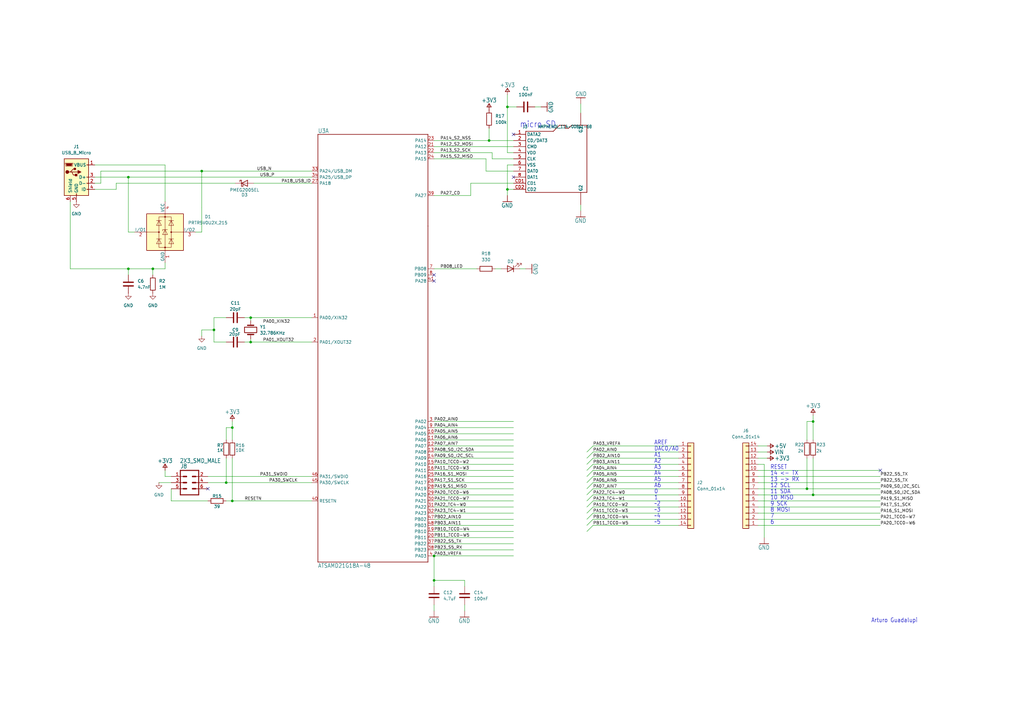
<source format=kicad_sch>
(kicad_sch (version 20231120) (generator "eeschema") (generator_version "8.0")
  (paper "User" 425.45 298.602)
  (lib_symbols
    (symbol "Connector:USB_B_Micro" (pin_names (offset 1.016))
      (property "Reference" "J" (at -5.08 11.43 0))
      (property "Value" "USB_B_Micro" (at -5.08 8.89 0))
      (symbol "USB_B_Micro_0_1"
        (rectangle (start -5.08 -7.62) (end 5.08 7.62) (stroke (width 0.254)) (fill (type background)))
        (circle (center -3.81 2.159) (radius 0.635) (stroke (width 0.254)) (fill (type outline)))
        (circle (center -0.635 3.429) (radius 0.381) (stroke (width 0.254)) (fill (type outline)))
        (rectangle (start -0.127 -7.62) (end 0.127 -6.858))
        (polyline (pts (xy -1.905 2.159) (xy 0.635 2.159)) (stroke (width 0.254)))
        (polyline (pts (xy -3.175 2.159) (xy -2.54 2.159) (xy -1.27 3.429) (xy -0.635 3.429)) (stroke (width 0.254)))
        (polyline (pts (xy -2.54 2.159) (xy -1.905 2.159) (xy -1.27 0.889) (xy 0 0.889)) (stroke (width 0.254)))
        (polyline (pts (xy 0.635 2.794) (xy 0.635 1.524) (xy 1.905 2.159) (xy 0.635 2.794)) (stroke (width 0.254)) (fill (type outline)))
        (polyline (pts (xy -4.318 5.588) (xy -1.778 5.588) (xy -2.032 4.826) (xy -4.064 4.826) (xy -4.318 5.588)) (fill (type outline)))
        (polyline (pts (xy -4.699 5.842) (xy -4.699 5.588) (xy -4.445 4.826) (xy -4.445 4.572) (xy -1.651 4.572) (xy -1.651 4.826) (xy -1.397 5.588) (xy -1.397 5.842) (xy -4.699 5.842)))
        (rectangle (start 0.254 1.27) (end -0.508 0.508) (stroke (width 0.254)) (fill (type outline)))
        (rectangle (start 5.08 -5.207) (end 4.318 -4.953))
        (rectangle (start 5.08 -2.667) (end 4.318 -2.413))
        (rectangle (start 5.08 -0.127) (end 4.318 0.127))
        (rectangle (start 5.08 4.953) (end 4.318 5.207))
      )
      (symbol "USB_B_Micro_1_1"
        (pin power_out line (at 7.62 5.08 180) (length 2.54) (name "VBUS") (number "1"))
        (pin bidirectional line (at 7.62 -2.54 180) (length 2.54) (name "D-") (number "2"))
        (pin bidirectional line (at 7.62 0 180) (length 2.54) (name "D+") (number "3"))
        (pin passive line (at 7.62 -5.08 180) (length 2.54) (name "ID") (number "4"))
        (pin power_out line (at 0 -10.16 90) (length 2.54) (name "GND") (number "5"))
        (pin passive line (at -2.54 -10.16 90) (length 2.54) (name "Shield") (number "6"))
      )
    )
    (symbol "Connector_Generic:Conn_01x14" (pin_names (offset 1.016) hide)
      (property "Reference" "J" (at 0 17.78 0))
      (property "Value" "Conn_01x14" (at 0 -20.32 0))
      (symbol "Conn_01x14_1_1"
        (rectangle (start -1.27 -17.653) (end 0 -17.907) (stroke (width 0.1524)))
        (rectangle (start -1.27 -15.113) (end 0 -15.367) (stroke (width 0.1524)))
        (rectangle (start -1.27 -12.573) (end 0 -12.827) (stroke (width 0.1524)))
        (rectangle (start -1.27 -10.033) (end 0 -10.287) (stroke (width 0.1524)))
        (rectangle (start -1.27 -7.493) (end 0 -7.747) (stroke (width 0.1524)))
        (rectangle (start -1.27 -4.953) (end 0 -5.207) (stroke (width 0.1524)))
        (rectangle (start -1.27 -2.413) (end 0 -2.667) (stroke (width 0.1524)))
        (rectangle (start -1.27 0.127) (end 0 -0.127) (stroke (width 0.1524)))
        (rectangle (start -1.27 2.667) (end 0 2.413) (stroke (width 0.1524)))
        (rectangle (start -1.27 5.207) (end 0 4.953) (stroke (width 0.1524)))
        (rectangle (start -1.27 7.747) (end 0 7.493) (stroke (width 0.1524)))
        (rectangle (start -1.27 10.287) (end 0 10.033) (stroke (width 0.1524)))
        (rectangle (start -1.27 12.827) (end 0 12.573) (stroke (width 0.1524)))
        (rectangle (start -1.27 15.367) (end 0 15.113) (stroke (width 0.1524)))
        (rectangle (start -1.27 16.51) (end 1.27 -19.05) (stroke (width 0.254)) (fill (type background)))
        (pin passive line (at -5.08 15.24 0) (length 3.81) (name "Pin_1") (number "1"))
        (pin passive line (at -5.08 -7.62 0) (length 3.81) (name "Pin_10") (number "10"))
        (pin passive line (at -5.08 -10.16 0) (length 3.81) (name "Pin_11") (number "11"))
        (pin passive line (at -5.08 -12.7 0) (length 3.81) (name "Pin_12") (number "12"))
        (pin passive line (at -5.08 -15.24 0) (length 3.81) (name "Pin_13") (number "13"))
        (pin passive line (at -5.08 -17.78 0) (length 3.81) (name "Pin_14") (number "14"))
        (pin passive line (at -5.08 12.7 0) (length 3.81) (name "Pin_2") (number "2"))
        (pin passive line (at -5.08 10.16 0) (length 3.81) (name "Pin_3") (number "3"))
        (pin passive line (at -5.08 7.62 0) (length 3.81) (name "Pin_4") (number "4"))
        (pin passive line (at -5.08 5.08 0) (length 3.81) (name "Pin_5") (number "5"))
        (pin passive line (at -5.08 2.54 0) (length 3.81) (name "Pin_6") (number "6"))
        (pin passive line (at -5.08 0 0) (length 3.81) (name "Pin_7") (number "7"))
        (pin passive line (at -5.08 -2.54 0) (length 3.81) (name "Pin_8") (number "8"))
        (pin passive line (at -5.08 -5.08 0) (length 3.81) (name "Pin_9") (number "9"))
      )
    )
    (symbol "Device:C" (pin_numbers hide) (pin_names (offset 0.254))
      (property "Reference" "C" (at 0.635 2.54 0))
      (property "Value" "C" (at 0.635 -2.54 0))
      (symbol "C_0_1"
        (polyline (pts (xy -2.032 -0.762) (xy 2.032 -0.762)) (stroke (width 0.508)))
        (polyline (pts (xy -2.032 0.762) (xy 2.032 0.762)) (stroke (width 0.508)))
      )
      (symbol "C_1_1"
        (pin passive line (at 0 3.81 270) (length 2.794) (name "~") (number "1"))
        (pin passive line (at 0 -3.81 90) (length 2.794) (name "~") (number "2"))
      )
    )
    (symbol "Device:Crystal" (pin_numbers hide) (pin_names (offset 1.016) hide)
      (property "Reference" "Y" (at 0 3.81 0))
      (property "Value" "Crystal" (at 0 -3.81 0))
      (symbol "Crystal_0_1"
        (rectangle (start -1.143 2.54) (end 1.143 -2.54) (stroke (width 0.3048)))
        (polyline (pts (xy -2.54 0) (xy -1.905 0)))
        (polyline (pts (xy -1.905 -1.27) (xy -1.905 1.27)) (stroke (width 0.508)))
        (polyline (pts (xy 1.905 -1.27) (xy 1.905 1.27)) (stroke (width 0.508)))
        (polyline (pts (xy 2.54 0) (xy 1.905 0)))
      )
      (symbol "Crystal_1_1"
        (pin passive line (at -3.81 0 0) (length 1.27) (name "1") (number "1"))
        (pin passive line (at 3.81 0 180) (length 1.27) (name "2") (number "2"))
      )
    )
    (symbol "Device:D_Schottky" (pin_numbers hide) (pin_names (offset 1.016) hide)
      (property "Reference" "D" (at 0 2.54 0))
      (property "Value" "D_Schottky" (at 0 -2.54 0))
      (symbol "D_Schottky_0_1"
        (polyline (pts (xy 1.27 0) (xy -1.27 0)))
        (polyline (pts (xy 1.27 1.27) (xy 1.27 -1.27) (xy -1.27 0) (xy 1.27 1.27)) (stroke (width 0.254)))
        (polyline (pts (xy -1.905 0.635) (xy -1.905 1.27) (xy -1.27 1.27) (xy -1.27 -1.27) (xy -0.635 -1.27) (xy -0.635 -0.635)) (stroke (width 0.254)))
      )
      (symbol "D_Schottky_1_1"
        (pin passive line (at -3.81 0 0) (length 2.54) (name "K") (number "1"))
        (pin passive line (at 3.81 0 180) (length 2.54) (name "A") (number "2"))
      )
    )
    (symbol "Device:LED" (pin_numbers hide) (pin_names (offset 1.016) hide)
      (property "Reference" "D" (at 0 2.54 0))
      (property "Value" "LED" (at 0 -2.54 0))
      (symbol "LED_0_1"
        (polyline (pts (xy -1.27 -1.27) (xy -1.27 1.27)) (stroke (width 0.254)))
        (polyline (pts (xy -1.27 0) (xy 1.27 0)))
        (polyline (pts (xy 1.27 -1.27) (xy 1.27 1.27) (xy -1.27 0) (xy 1.27 -1.27)) (stroke (width 0.254)))
        (polyline (pts (xy -3.048 -0.762) (xy -4.572 -2.286) (xy -3.81 -2.286) (xy -4.572 -2.286) (xy -4.572 -1.524)))
        (polyline (pts (xy -1.778 -0.762) (xy -3.302 -2.286) (xy -2.54 -2.286) (xy -3.302 -2.286) (xy -3.302 -1.524)))
      )
      (symbol "LED_1_1"
        (pin passive line (at -3.81 0 0) (length 2.54) (name "K") (number "1"))
        (pin passive line (at 3.81 0 180) (length 2.54) (name "A") (number "2"))
      )
    )
    (symbol "Device:R" (pin_numbers hide) (pin_names (offset 0))
      (property "Reference" "R" (at 2.032 0 90))
      (property "Value" "R" (at 0 0 90))
      (symbol "R_0_1"
        (rectangle (start -1.016 -2.54) (end 1.016 2.54) (stroke (width 0.254)))
      )
      (symbol "R_1_1"
        (pin passive line (at 0 3.81 270) (length 1.27) (name "~") (number "1"))
        (pin passive line (at 0 -3.81 90) (length 1.27) (name "~") (number "2"))
      )
    )
    (symbol "MKRZero_V5.0-eagle-import:+3V3" (power)
      (symbol "+3V3_1_0"
        (polyline (pts (xy -0.889 -1.27) (xy 0.889 -1.27)) (stroke (width 0.254)))
        (polyline (pts (xy 0 0.127) (xy -0.889 -1.27)) (stroke (width 0.254)))
        (polyline (pts (xy 0.889 -1.27) (xy 0 0.127)) (stroke (width 0.254)))
        (pin power_in line (at 0 -2.54 90) (length 2.54) (name "+3V3") (number "1"))
      )
    )
    (symbol "MKRZero_V5.0-eagle-import:+5V" (power)
      (symbol "+5V_1_0"
        (polyline (pts (xy -0.889 -1.27) (xy 0.889 -1.27)) (stroke (width 0.254)))
        (polyline (pts (xy 0 0.127) (xy -0.889 -1.27)) (stroke (width 0.254)))
        (polyline (pts (xy 0.889 -1.27) (xy 0 0.127)) (stroke (width 0.254)))
        (pin power_in line (at 0 -2.54 90) (length 2.54) (name "+5V") (number "1"))
      )
    )
    (symbol "MKRZero_V5.0-eagle-import:2X3_SMD_MALE"
      (property "Reference" "J" (at -3.81 5.842 0))
      (symbol "2X3_SMD_MALE_1_0"
        (polyline (pts (xy -3.81 5.08) (xy -3.81 -5.08)) (stroke (width 0.4064)))
        (polyline (pts (xy -3.81 5.08) (xy 3.81 5.08)) (stroke (width 0.4064)))
        (polyline (pts (xy -2.54 -2.54) (xy -1.27 -2.54)) (stroke (width 0.6096)))
        (polyline (pts (xy -2.54 0) (xy -1.27 0)) (stroke (width 0.6096)))
        (polyline (pts (xy -2.54 2.54) (xy -1.27 2.54)) (stroke (width 0.6096)))
        (polyline (pts (xy 1.27 -2.54) (xy 2.54 -2.54)) (stroke (width 0.6096)))
        (polyline (pts (xy 1.27 0) (xy 2.54 0)) (stroke (width 0.6096)))
        (polyline (pts (xy 1.27 2.54) (xy 2.54 2.54)) (stroke (width 0.6096)))
        (polyline (pts (xy 3.81 -5.08) (xy -3.81 -5.08)) (stroke (width 0.4064)))
        (polyline (pts (xy 3.81 -5.08) (xy 3.81 5.08)) (stroke (width 0.4064)))
        (pin passive line (at -7.62 2.54 0) (length 5.08) (name "1") (number "1"))
        (pin passive line (at 7.62 2.54 180) (length 5.08) (name "2") (number "2"))
        (pin passive line (at -7.62 0 0) (length 5.08) (name "3") (number "3"))
        (pin passive line (at 7.62 0 180) (length 5.08) (name "4") (number "4"))
        (pin passive line (at -7.62 -2.54 0) (length 5.08) (name "5") (number "5"))
        (pin passive line (at 7.62 -2.54 180) (length 5.08) (name "6") (number "6"))
      )
    )
    (symbol "MKRZero_V5.0-eagle-import:AMPHENOL_114-00841-68"
      (symbol "AMPHENOL_114-00841-68_1_0"
        (polyline (pts (xy -12.7 -13.97) (xy 12.7 -13.97)) (stroke (width 0.254)))
        (polyline (pts (xy -12.7 11.43) (xy -12.7 -13.97)) (stroke (width 0.254)))
        (polyline (pts (xy -1.27 11.43) (xy -12.7 11.43)) (stroke (width 0.254)))
        (polyline (pts (xy 1.27 13.97) (xy -1.27 11.43)) (stroke (width 0.254)))
        (polyline (pts (xy 3.81 12.7) (xy 3.81 13.97)) (stroke (width 0.254)))
        (polyline (pts (xy 3.81 13.97) (xy 1.27 13.97)) (stroke (width 0.254)))
        (polyline (pts (xy 5.08 12.7) (xy 3.81 12.7)) (stroke (width 0.254)))
        (polyline (pts (xy 6.35 13.97) (xy 5.08 12.7)) (stroke (width 0.254)))
        (polyline (pts (xy 12.7 -13.97) (xy 12.7 13.97)) (stroke (width 0.254)))
        (polyline (pts (xy 12.7 13.97) (xy 6.35 13.97)) (stroke (width 0.254)))
        (pin bidirectional line (at -17.78 10.16 0) (length 5.08) (name "DATA2") (number "1"))
        (pin bidirectional line (at -17.78 7.62 0) (length 5.08) (name "CD/DAT3") (number "2"))
        (pin bidirectional line (at -17.78 5.08 0) (length 5.08) (name "CMD") (number "3"))
        (pin power_in line (at -17.78 2.54 0) (length 5.08) (name "VDD") (number "4"))
        (pin bidirectional line (at -17.78 0 0) (length 5.08) (name "CLK") (number "5"))
        (pin power_in line (at -17.78 -2.54 0) (length 5.08) (name "VSS") (number "6"))
        (pin bidirectional line (at -17.78 -5.08 0) (length 5.08) (name "DAT0") (number "7"))
        (pin bidirectional line (at -17.78 -7.62 0) (length 5.08) (name "DAT1") (number "8"))
        (pin bidirectional line (at -17.78 -10.16 0) (length 5.08) (name "CD1") (number "CD1"))
        (pin bidirectional line (at -17.78 -12.7 0) (length 5.08) (name "CD2") (number "CD2"))
        (pin bidirectional line (at 10.16 19.05 270) (length 5.08) (name "G3") (number "SH1"))
        (pin bidirectional line (at 10.16 19.05 270) (length 5.08) (name "G3") (number "SH2"))
        (pin bidirectional line (at 10.16 -19.05 90) (length 5.08) (name "G2") (number "SH3"))
        (pin bidirectional line (at 10.16 -19.05 90) (length 5.08) (name "G2") (number "SH4"))
      )
    )
    (symbol "MKRZero_V5.0-eagle-import:ATSAMD21G18A-48"
      (property "Reference" "U" (at -15.24 25.908 0))
      (symbol "ATSAMD21G18A-48_1_0"
        (polyline (pts (xy -22.86 -88.9) (xy -22.86 88.9)) (stroke (width 0.254)))
        (polyline (pts (xy -22.86 88.9) (xy 22.86 88.9)) (stroke (width 0.254)))
        (polyline (pts (xy 22.86 -88.9) (xy -22.86 -88.9)) (stroke (width 0.254)))
        (polyline (pts (xy 22.86 50.8) (xy 22.86 -88.9)) (stroke (width 0.254)))
        (polyline (pts (xy 22.86 88.9) (xy 22.86 50.8)) (stroke (width 0.254)))
        (pin bidirectional line (at -25.4 12.7 0) (length 2.54) (name "PA00/XIN32") (number "1"))
        (pin bidirectional line (at 25.4 -35.56 180) (length 2.54) (name "PA05") (number "10"))
        (pin bidirectional line (at 25.4 -38.1 180) (length 2.54) (name "PA06") (number "11"))
        (pin bidirectional line (at 25.4 -40.64 180) (length 2.54) (name "PA07") (number "12"))
        (pin bidirectional line (at 25.4 -43.18 180) (length 2.54) (name "PA08") (number "13"))
        (pin bidirectional line (at 25.4 -45.72 180) (length 2.54) (name "PA09") (number "14"))
        (pin bidirectional line (at 25.4 -48.26 180) (length 2.54) (name "PA10") (number "15"))
        (pin bidirectional line (at 25.4 -50.8 180) (length 2.54) (name "PA11") (number "16"))
        (pin bidirectional line (at 25.4 -76.2 180) (length 2.54) (name "PB10") (number "19"))
        (pin bidirectional line (at -25.4 2.54 0) (length 2.54) (name "PA01/XOUT32") (number "2"))
        (pin bidirectional line (at 25.4 -78.74 180) (length 2.54) (name "PB11") (number "20"))
        (pin bidirectional line (at 25.4 83.82 180) (length 2.54) (name "PA12") (number "21"))
        (pin bidirectional line (at 25.4 81.28 180) (length 2.54) (name "PA13") (number "22"))
        (pin bidirectional line (at 25.4 86.36 180) (length 2.54) (name "PA14") (number "23"))
        (pin bidirectional line (at 25.4 78.74 180) (length 2.54) (name "PA15") (number "24"))
        (pin bidirectional line (at 25.4 -53.34 180) (length 2.54) (name "PA16") (number "25"))
        (pin bidirectional line (at 25.4 -55.88 180) (length 2.54) (name "PA17") (number "26"))
        (pin bidirectional line (at -25.4 68.58 0) (length 2.54) (name "PA18") (number "27"))
        (pin bidirectional line (at 25.4 -58.42 180) (length 2.54) (name "PA19") (number "28"))
        (pin bidirectional line (at 25.4 -60.96 180) (length 2.54) (name "PA20") (number "29"))
        (pin bidirectional line (at 25.4 -30.48 180) (length 2.54) (name "PA02") (number "3"))
        (pin bidirectional line (at 25.4 -63.5 180) (length 2.54) (name "PA21") (number "30"))
        (pin bidirectional line (at 25.4 -66.04 180) (length 2.54) (name "PA22") (number "31"))
        (pin bidirectional line (at 25.4 -68.58 180) (length 2.54) (name "PA23") (number "32"))
        (pin bidirectional line (at -25.4 73.66 0) (length 2.54) (name "PA24/USB_DM") (number "33"))
        (pin bidirectional line (at -25.4 71.12 0) (length 2.54) (name "PA25/USB_DP") (number "34"))
        (pin bidirectional line (at 25.4 -81.28 180) (length 2.54) (name "PB22") (number "37"))
        (pin bidirectional line (at 25.4 -83.82 180) (length 2.54) (name "PB23") (number "38"))
        (pin bidirectional line (at 25.4 63.5 180) (length 2.54) (name "PA27") (number "39"))
        (pin bidirectional line (at 25.4 -86.36 180) (length 2.54) (name "PA03") (number "4"))
        (pin bidirectional line (at -25.4 -63.5 0) (length 2.54) (name "RESETN") (number "40"))
        (pin bidirectional line (at 25.4 27.94 180) (length 2.54) (name "PA28") (number "41"))
        (pin bidirectional line (at -25.4 -55.88 0) (length 2.54) (name "PA30/SWCLK") (number "45"))
        (pin bidirectional line (at -25.4 -53.34 0) (length 2.54) (name "PA31/SWDIO") (number "46"))
        (pin bidirectional line (at 25.4 -71.12 180) (length 2.54) (name "PB02") (number "47"))
        (pin bidirectional line (at 25.4 -73.66 180) (length 2.54) (name "PB03") (number "48"))
        (pin bidirectional line (at 25.4 33.02 180) (length 2.54) (name "PB08") (number "7"))
        (pin bidirectional line (at 25.4 30.48 180) (length 2.54) (name "PB09") (number "8"))
        (pin bidirectional line (at 25.4 -33.02 180) (length 2.54) (name "PA04") (number "9"))
      )
      (symbol "ATSAMD21G18A-48_2_0"
        (polyline (pts (xy -15.24 -25.4) (xy -15.24 25.4)) (stroke (width 0.254)))
        (polyline (pts (xy -15.24 25.4) (xy 15.24 25.4)) (stroke (width 0.254)))
        (polyline (pts (xy 15.24 -25.4) (xy -15.24 -25.4)) (stroke (width 0.254)))
        (polyline (pts (xy 15.24 25.4) (xy 15.24 -25.4)) (stroke (width 0.254)))
        (pin power_in line (at -17.78 22.86 0) (length 2.54) (name "VDDIO@1") (number "17"))
        (pin power_in line (at -17.78 12.7 0) (length 2.54) (name "GND@1") (number "18"))
        (pin power_in line (at 17.78 12.7 180) (length 2.54) (name "GND@2") (number "35"))
        (pin power_in line (at 17.78 22.86 180) (length 2.54) (name "VDDIO@2") (number "36"))
        (pin power_in line (at -17.78 -10.16 0) (length 2.54) (name "GND@3") (number "42"))
        (pin power_in line (at -17.78 0 0) (length 2.54) (name "VDDCORE") (number "43"))
        (pin power_in line (at -17.78 -22.86 0) (length 2.54) (name "VDDIN") (number "44"))
        (pin passive line (at 17.78 -22.86 180) (length 2.54) (name "EP") (number "49"))
        (pin power_in line (at 17.78 -10.16 180) (length 2.54) (name "GNDANA") (number "5"))
        (pin power_in line (at 17.78 0 180) (length 2.54) (name "VDDANA") (number "6"))
      )
    )
    (symbol "MKRZero_V5.0-eagle-import:VIN" (power)
      (symbol "VIN_1_0"
        (polyline (pts (xy -0.889 -1.27) (xy 0.889 -1.27)) (stroke (width 0.254)))
        (polyline (pts (xy 0 0.127) (xy -0.889 -1.27)) (stroke (width 0.254)))
        (polyline (pts (xy 0.889 -1.27) (xy 0 0.127)) (stroke (width 0.254)))
        (pin power_in line (at 0 -2.54 90) (length 2.54) (name "VIN") (number "1"))
      )
    )
    (symbol "MKRZero_V5.0-eagle-import:supply1_GND" (power)
      (symbol "supply1_GND_1_0"
        (polyline (pts (xy -1.905 0) (xy 1.905 0)) (stroke (width 0.254)))
        (pin power_in line (at 0 2.54 270) (length 2.54) (name "GND") (number "1"))
      )
    )
    (symbol "Power_Protection:PRTR5V0U2X" (pin_names (offset 0))
      (property "Reference" "D" (at 2.794 8.636 0))
      (property "Value" "PRTR5V0U2X" (at 8.128 -9.398 0))
      (symbol "PRTR5V0U2X_0_1"
        (rectangle (start -7.62 -7.62) (end 7.62 7.62) (stroke (width 0.254)) (fill (type background)))
        (circle (center -2.54 0) (radius 0.254) (fill (type outline)))
        (rectangle (start -2.54 6.35) (end 2.54 -6.35))
        (circle (center 0 -6.35) (radius 0.254) (fill (type outline)))
        (polyline (pts (xy -2.54 0) (xy -7.62 0)))
        (polyline (pts (xy -1.524 -2.794) (xy -3.556 -2.794)))
        (polyline (pts (xy -1.524 4.826) (xy -3.556 4.826)))
        (polyline (pts (xy 0 -7.62) (xy 0 7.62)))
        (polyline (pts (xy 1.524 -2.794) (xy 3.556 -2.794)))
        (polyline (pts (xy 1.524 4.826) (xy 3.556 4.826)))
        (polyline (pts (xy 2.54 0) (xy 7.62 0)))
        (polyline (pts (xy 1.016 1.016) (xy -1.016 1.016) (xy -1.016 0.508)))
        (polyline (pts (xy -3.556 -4.826) (xy -1.524 -4.826) (xy -2.54 -2.794) (xy -3.556 -4.826)))
        (polyline (pts (xy -3.556 2.794) (xy -1.524 2.794) (xy -2.54 4.826) (xy -3.556 2.794)))
        (polyline (pts (xy -1.016 -1.016) (xy 1.016 -1.016) (xy 0 1.016) (xy -1.016 -1.016)))
        (polyline (pts (xy 3.556 -4.826) (xy 1.524 -4.826) (xy 2.54 -2.794) (xy 3.556 -4.826)))
        (polyline (pts (xy 3.556 2.794) (xy 1.524 2.794) (xy 2.54 4.826) (xy 3.556 2.794)))
        (circle (center 0 6.35) (radius 0.254) (fill (type outline)))
        (circle (center 2.54 0) (radius 0.254) (fill (type outline)))
      )
      (symbol "PRTR5V0U2X_1_1"
        (pin passive line (at 0 -12.7 90) (length 5.08) (name "GND") (number "1"))
        (pin passive line (at -12.7 0 0) (length 5.08) (name "I/O1") (number "2"))
        (pin passive line (at 12.7 0 180) (length 5.08) (name "I/O2") (number "3"))
        (pin passive line (at 0 12.7 270) (length 5.08) (name "VCC") (number "4"))
      )
    )
    (symbol "power:GND" (power) (pin_numbers hide) (pin_names (offset 0) hide)
      (property "Value" "GND" (at 0 -3.81 0))
      (symbol "GND_0_1"
        (polyline (pts (xy 0 0) (xy 0 -1.27) (xy 1.27 -1.27) (xy 0 -2.54) (xy -1.27 -1.27) (xy 0 -1.27)))
      )
      (symbol "GND_1_1"
        (pin power_in line (at 0 0 270) (length 0) (name "~") (number "1"))
      )
    )
  )
  (junction (at 53.34 111.76))
  (junction (at 93.98 200.66))
  (junction (at 88.9 137.16))
  (junction (at 83.82 71.12))
  (junction (at 63.5 111.76))
  (junction (at 203.2 58.42))
  (junction (at 337.82 175.26))
  (junction (at 335.28 203.2))
  (junction (at 96.52 208.28))
  (junction (at 96.52 177.8))
  (junction (at 210.82 78.74))
  (junction (at 104.14 142.24))
  (junction (at 180.34 241.3))
  (junction (at 210.82 44.45))
  (junction (at 337.82 205.74))
  (junction (at 104.14 132.08))
  (junction (at 53.34 73.66))
  (junction (at 180.34 231.14))
  (no_connect (at 180.34 114.3))
  (no_connect (at 213.36 55.88))
  (no_connect (at 180.34 116.84))
  (no_connect (at 365.76 195.58))
  (no_connect (at 86.36 203.2))
  (no_connect (at 213.36 73.66))
  (bus_entry (at 246.38 200.66) (size -2.54 2.54))
  (bus_entry (at 246.38 193.04) (size -2.54 2.54))
  (bus_entry (at 246.38 210.82) (size -2.54 2.54))
  (bus_entry (at 246.38 187.96) (size -2.54 2.54))
  (bus_entry (at 246.38 213.36) (size -2.54 2.54))
  (bus_entry (at 246.38 190.5) (size -2.54 2.54))
  (bus_entry (at 246.38 203.2) (size -2.54 2.54))
  (bus_entry (at 246.38 218.44) (size -2.54 2.54))
  (bus_entry (at 246.38 195.58) (size -2.54 2.54))
  (bus_entry (at 246.38 185.42) (size -2.54 2.54))
  (bus_entry (at 246.38 205.74) (size -2.54 2.54))
  (bus_entry (at 246.38 198.12) (size -2.54 2.54))
  (bus_entry (at 246.38 208.28) (size -2.54 2.54))
  (bus_entry (at 246.38 215.9) (size -2.54 2.54))
  (wire (pts (xy 210.82 78.74) (xy 210.82 81.28)) (stroke (width 0.1524)))
  (wire (pts (xy 246.38 185.42) (xy 281.94 185.42)) (stroke (width 0.1524)))
  (wire (pts (xy 246.38 198.12) (xy 281.94 198.12)) (stroke (width 0.1524)))
  (wire (pts (xy 96.52 190.5) (xy 96.52 208.28)) (stroke (width 0.1524)))
  (wire (pts (xy 203.2 53.34) (xy 203.2 58.42)) (stroke (width 0.1524)))
  (wire (pts (xy 53.34 111.76) (xy 53.34 114.3)) (stroke (width 0.1524)))
  (wire (pts (xy 180.34 180.34) (xy 213.36 180.34)) (stroke (width 0.1524)))
  (wire (pts (xy 101.6 132.08) (xy 104.14 132.08)) (stroke (width 0.1524)))
  (wire (pts (xy 93.98 190.5) (xy 93.98 200.66)) (stroke (width 0.1524)))
  (wire (pts (xy 39.37 73.66) (xy 43.18 73.66)))
  (wire (pts (xy 213.36 205.74) (xy 180.34 205.74)) (stroke (width 0.1524)))
  (wire (pts (xy 246.38 215.9) (xy 281.94 215.9)) (stroke (width 0.1524)))
  (wire (pts (xy 337.82 175.26) (xy 337.82 182.88)) (stroke (width 0.1524)))
  (wire (pts (xy 213.36 71.12) (xy 201.93 71.12)) (stroke (width 0.1524)))
  (wire (pts (xy 193.04 243.84) (xy 193.04 241.3)) (stroke (width 0.1524)))
  (wire (pts (xy 29.21 83.82) (xy 29.21 111.76)))
  (wire (pts (xy 41.91 76.2) (xy 41.91 71.12)))
  (wire (pts (xy 241.3 87.63) (xy 241.3 85.09)) (stroke (width 0.1524)))
  (wire (pts (xy 317.5 223.52) (xy 317.5 193.04)) (stroke (width 0.1524)))
  (wire (pts (xy 246.38 200.66) (xy 281.94 200.66)) (stroke (width 0.1524)))
  (wire (pts (xy 66.04 200.66) (xy 71.12 200.66)) (stroke (width 0.1524)))
  (wire (pts (xy 101.6 142.24) (xy 104.14 142.24)) (stroke (width 0.1524)))
  (wire (pts (xy 210.82 44.45) (xy 214.63 44.45)) (stroke (width 0.1524)))
  (wire (pts (xy 180.34 58.42) (xy 203.2 58.42)) (stroke (width 0.1524)))
  (wire (pts (xy 39.37 76.2) (xy 41.91 76.2)))
  (wire (pts (xy 246.38 210.82) (xy 281.94 210.82)) (stroke (width 0.1524)))
  (wire (pts (xy 53.34 96.52) (xy 53.34 73.66)))
  (wire (pts (xy 213.36 66.04) (xy 204.47 66.04)) (stroke (width 0.1524)))
  (wire (pts (xy 210.82 68.58) (xy 210.82 78.74)) (stroke (width 0.1524)))
  (wire (pts (xy 83.82 86.36) (xy 83.82 96.52)))
  (wire (pts (xy 246.38 190.5) (xy 281.94 190.5)) (stroke (width 0.1524)))
  (wire (pts (xy 246.38 205.74) (xy 281.94 205.74)) (stroke (width 0.1524)))
  (wire (pts (xy 213.36 213.36) (xy 180.34 213.36)) (stroke (width 0.1524)))
  (wire (pts (xy 213.36 228.6) (xy 180.34 228.6)) (stroke (width 0.1524)))
  (wire (pts (xy 180.34 177.8) (xy 213.36 177.8)) (stroke (width 0.1524)))
  (wire (pts (xy 104.14 132.08) (xy 129.54 132.08)) (stroke (width 0.1524)))
  (wire (pts (xy 96.52 177.8) (xy 96.52 182.88)))
  (wire (pts (xy 83.82 86.36) (xy 83.82 71.12)) (stroke (width 0.1524)))
  (wire (pts (xy 335.28 175.26) (xy 337.82 175.26)) (stroke (width 0.1524)))
  (wire (pts (xy 86.36 200.66) (xy 93.98 200.66)) (stroke (width 0.1524)))
  (wire (pts (xy 195.58 81.28) (xy 195.58 76.2)) (stroke (width 0.1524)))
  (wire (pts (xy 213.36 218.44) (xy 180.34 218.44)) (stroke (width 0.1524)))
  (wire (pts (xy 63.5 111.76) (xy 53.34 111.76)) (stroke (width 0.1524)))
  (wire (pts (xy 93.98 177.8) (xy 93.98 182.88)) (stroke (width 0.1524)))
  (wire (pts (xy 213.36 185.42) (xy 180.34 185.42)) (stroke (width 0.1524)))
  (wire (pts (xy 180.34 241.3) (xy 180.34 231.14)) (stroke (width 0.1524)))
  (wire (pts (xy 314.96 210.82) (xy 365.76 210.82)) (stroke (width 0.1524)))
  (wire (pts (xy 68.58 198.12) (xy 71.12 198.12)) (stroke (width 0.1524)))
  (wire (pts (xy 180.34 63.5) (xy 204.47 63.5)) (stroke (width 0.1524)))
  (wire (pts (xy 246.38 218.44) (xy 281.94 218.44)) (stroke (width 0.1524)))
  (wire (pts (xy 246.38 187.96) (xy 281.94 187.96)) (stroke (width 0.1524)))
  (wire (pts (xy 314.96 215.9) (xy 365.76 215.9)) (stroke (width 0.1524)))
  (wire (pts (xy 93.98 200.66) (xy 129.54 200.66)) (stroke (width 0.1524)))
  (wire (pts (xy 314.96 203.2) (xy 335.28 203.2)) (stroke (width 0.1524)))
  (wire (pts (xy 104.14 142.24) (xy 129.54 142.24)) (stroke (width 0.1524)))
  (wire (pts (xy 314.96 187.96) (xy 318.77 187.96)) (stroke (width 0.1524)))
  (wire (pts (xy 213.36 78.74) (xy 210.82 78.74)) (stroke (width 0.1524)))
  (wire (pts (xy 335.28 190.5) (xy 335.28 203.2)) (stroke (width 0.1524)))
  (wire (pts (xy 104.14 140.97) (xy 104.14 142.24)))
  (wire (pts (xy 68.58 111.76) (xy 68.58 109.22)) (stroke (width 0.1524)))
  (wire (pts (xy 71.12 203.2) (xy 71.12 208.28)) (stroke (width 0.1524)))
  (wire (pts (xy 337.82 175.26) (xy 337.82 172.72)) (stroke (width 0.1524)))
  (wire (pts (xy 314.96 200.66) (xy 365.76 200.66)) (stroke (width 0.1524)))
  (wire (pts (xy 210.82 39.37) (xy 210.82 44.45)) (stroke (width 0.1524)))
  (wire (pts (xy 335.28 175.26) (xy 335.28 182.88)) (stroke (width 0.1524)))
  (wire (pts (xy 88.9 137.16) (xy 88.9 132.08)) (stroke (width 0.1524)))
  (wire (pts (xy 213.36 200.66) (xy 180.34 200.66)) (stroke (width 0.1524)))
  (wire (pts (xy 48.26 78.74) (xy 48.26 76.2)))
  (wire (pts (xy 193.04 241.3) (xy 180.34 241.3)) (stroke (width 0.1524)))
  (wire (pts (xy 314.96 190.5) (xy 318.77 190.5)) (stroke (width 0.1524)))
  (wire (pts (xy 105.41 76.2) (xy 129.54 76.2)))
  (wire (pts (xy 213.36 68.58) (xy 210.82 68.58)) (stroke (width 0.1524)))
  (wire (pts (xy 68.58 68.58) (xy 68.58 83.82)))
  (wire (pts (xy 180.34 81.28) (xy 195.58 81.28)) (stroke (width 0.1524)))
  (wire (pts (xy 48.26 76.2) (xy 97.79 76.2)))
  (wire (pts (xy 213.36 210.82) (xy 180.34 210.82)) (stroke (width 0.1524)))
  (wire (pts (xy 83.82 137.16) (xy 88.9 137.16)) (stroke (width 0.1524)))
  (wire (pts (xy 71.12 208.28) (xy 86.36 208.28)) (stroke (width 0.1524)))
  (wire (pts (xy 55.88 96.52) (xy 53.34 96.52)))
  (wire (pts (xy 246.38 208.28) (xy 281.94 208.28)) (stroke (width 0.1524)))
  (wire (pts (xy 215.9 111.76) (xy 218.44 111.76)))
  (wire (pts (xy 63.5 114.3) (xy 63.5 111.76)) (stroke (width 0.1524)))
  (wire (pts (xy 246.38 195.58) (xy 281.94 195.58)) (stroke (width 0.1524)))
  (wire (pts (xy 193.04 254) (xy 193.04 251.46)) (stroke (width 0.1524)))
  (wire (pts (xy 314.96 213.36) (xy 365.76 213.36)) (stroke (width 0.1524)))
  (wire (pts (xy 180.34 231.14) (xy 213.36 231.14)) (stroke (width 0.1524)))
  (wire (pts (xy 180.34 243.84) (xy 180.34 241.3)) (stroke (width 0.1524)))
  (wire (pts (xy 93.98 208.28) (xy 96.52 208.28)) (stroke (width 0.1524)))
  (wire (pts (xy 210.82 63.5) (xy 210.82 44.45)) (stroke (width 0.1524)))
  (wire (pts (xy 39.37 78.74) (xy 48.26 78.74)))
  (wire (pts (xy 86.36 198.12) (xy 129.54 198.12)) (stroke (width 0.1524)))
  (wire (pts (xy 213.36 215.9) (xy 180.34 215.9)) (stroke (width 0.1524)))
  (wire (pts (xy 41.91 71.12) (xy 83.82 71.12)) (stroke (width 0.1524)))
  (wire (pts (xy 314.96 205.74) (xy 337.82 205.74)) (stroke (width 0.1524)))
  (wire (pts (xy 213.36 187.96) (xy 180.34 187.96)) (stroke (width 0.1524)))
  (wire (pts (xy 213.36 220.98) (xy 180.34 220.98)) (stroke (width 0.1524)))
  (wire (pts (xy 96.52 208.28) (xy 129.54 208.28)) (stroke (width 0.1524)))
  (wire (pts (xy 83.82 71.12) (xy 129.54 71.12)) (stroke (width 0.1524)))
  (wire (pts (xy 180.34 66.04) (xy 201.93 66.04)) (stroke (width 0.1524)))
  (wire (pts (xy 83.82 139.7) (xy 83.82 137.16)) (stroke (width 0.1524)))
  (wire (pts (xy 213.36 182.88) (xy 180.34 182.88)) (stroke (width 0.1524)))
  (wire (pts (xy 63.5 111.76) (xy 68.58 111.76)) (stroke (width 0.1524)))
  (wire (pts (xy 205.74 111.76) (xy 208.28 111.76)))
  (wire (pts (xy 213.36 193.04) (xy 180.34 193.04)) (stroke (width 0.1524)))
  (wire (pts (xy 81.28 96.52) (xy 83.82 96.52)))
  (wire (pts (xy 213.36 208.28) (xy 180.34 208.28)) (stroke (width 0.1524)))
  (wire (pts (xy 213.36 226.06) (xy 180.34 226.06)) (stroke (width 0.1524)))
  (wire (pts (xy 180.34 254) (xy 180.34 251.46)) (stroke (width 0.1524)))
  (wire (pts (xy 246.38 193.04) (xy 281.94 193.04)) (stroke (width 0.1524)))
  (wire (pts (xy 104.14 132.08) (xy 104.14 133.35)))
  (wire (pts (xy 93.98 177.8) (xy 96.52 177.8)) (stroke (width 0.1524)))
  (wire (pts (xy 241.3 43.18) (xy 241.3 46.99)) (stroke (width 0.1524)))
  (wire (pts (xy 335.28 203.2) (xy 365.76 203.2)) (stroke (width 0.1524)))
  (wire (pts (xy 222.25 44.45) (xy 224.79 44.45)) (stroke (width 0.1524)))
  (wire (pts (xy 201.93 71.12) (xy 201.93 66.04)) (stroke (width 0.1524)))
  (wire (pts (xy 68.58 195.58) (xy 68.58 198.12)) (stroke (width 0.1524)))
  (wire (pts (xy 180.34 175.26) (xy 213.36 175.26)) (stroke (width 0.1524)))
  (wire (pts (xy 314.96 208.28) (xy 365.76 208.28)) (stroke (width 0.1524)))
  (wire (pts (xy 337.82 190.5) (xy 337.82 205.74)) (stroke (width 0.1524)))
  (wire (pts (xy 314.96 198.12) (xy 365.76 198.12)) (stroke (width 0.1524)))
  (wire (pts (xy 314.96 185.42) (xy 318.77 185.42)) (stroke (width 0.1524)))
  (wire (pts (xy 246.38 213.36) (xy 281.94 213.36)) (stroke (width 0.1524)))
  (wire (pts (xy 195.58 76.2) (xy 213.36 76.2)) (stroke (width 0.1524)))
  (wire (pts (xy 53.34 73.66) (xy 129.54 73.66)) (stroke (width 0.1524)))
  (wire (pts (xy 246.38 203.2) (xy 281.94 203.2)) (stroke (width 0.1524)))
  (wire (pts (xy 314.96 218.44) (xy 365.76 218.44)) (stroke (width 0.1524)))
  (wire (pts (xy 180.34 60.96) (xy 213.36 60.96)) (stroke (width 0.1524)))
  (wire (pts (xy 43.18 73.66) (xy 53.34 73.66)) (stroke (width 0.1524)))
  (wire (pts (xy 39.37 68.58) (xy 68.58 68.58)) (stroke (width 0.1524)))
  (wire (pts (xy 203.2 58.42) (xy 213.36 58.42)) (stroke (width 0.1524)))
  (wire (pts (xy 180.34 111.76) (xy 198.12 111.76)))
  (wire (pts (xy 204.47 66.04) (xy 204.47 63.5)) (stroke (width 0.1524)))
  (wire (pts (xy 213.36 195.58) (xy 180.34 195.58)) (stroke (width 0.1524)))
  (wire (pts (xy 213.36 63.5) (xy 210.82 63.5)) (stroke (width 0.1524)))
  (wire (pts (xy 93.98 142.24) (xy 88.9 142.24)) (stroke (width 0.1524)))
  (wire (pts (xy 213.36 223.52) (xy 180.34 223.52)) (stroke (width 0.1524)))
  (wire (pts (xy 213.36 190.5) (xy 180.34 190.5)) (stroke (width 0.1524)))
  (wire (pts (xy 314.96 193.04) (xy 317.5 193.04)) (stroke (width 0.1524)))
  (wire (pts (xy 337.82 205.74) (xy 365.76 205.74)) (stroke (width 0.1524)))
  (wire (pts (xy 88.9 132.08) (xy 93.98 132.08)) (stroke (width 0.1524)))
  (wire (pts (xy 96.52 177.8) (xy 96.52 175.26)) (stroke (width 0.1524)))
  (wire (pts (xy 88.9 142.24) (xy 88.9 137.16)) (stroke (width 0.1524)))
  (wire (pts (xy 213.36 198.12) (xy 180.34 198.12)) (stroke (width 0.1524)))
  (wire (pts (xy 29.21 111.76) (xy 53.34 111.76)))
  (wire (pts (xy 213.36 203.2) (xy 180.34 203.2)) (stroke (width 0.1524)))
  (wire (pts (xy 314.96 195.58) (xy 365.76 195.58)) (stroke (width 0.1524)))
  (text "8 MOSI" (at 320.04 213.106 0) (effects (font (size 1.778 1.5113)) (justify left bottom)))
  (text "0" (at 271.78 205.486 0) (effects (font (size 1.778 1.5113)) (justify left bottom)))
  (text "~5" (at 271.78 218.186 0) (effects (font (size 1.778 1.5113)) (justify left bottom)))
  (text "AREF" (at 271.78 185.166 0) (effects (font (size 1.778 1.5113)) (justify left bottom)))
  (text "micro SD" (at 223.52 53.34 0) (effects (font (size 2.54 2.159)) (justify bottom)))
  (text "12 SCL" (at 320.04 202.946 0) (effects (font (size 1.778 1.5113)) (justify left bottom)))
  (text "1" (at 271.78 208.026 0) (effects (font (size 1.778 1.5113)) (justify left bottom)))
  (text "RESET" (at 320.04 195.326 0) (effects (font (size 1.778 1.5113)) (justify left bottom)))
  (text "A2" (at 271.78 192.786 0) (effects (font (size 1.778 1.5113)) (justify left bottom)))
  (text "Arturo Guadalupi" (at 361.95 259.08 0) (effects (font (size 1.778 1.5113)) (justify left bottom)))
  (text "10 MISO" (at 320.04 208.026 0) (effects (font (size 1.778 1.5113)) (justify left bottom)))
  (text "DAC0/A0" (at 271.78 187.706 0) (effects (font (size 1.778 1.5113)) (justify left bottom)))
  (text "~2" (at 271.78 210.566 0) (effects (font (size 1.778 1.5113)) (justify left bottom)))
  (text "A3" (at 271.78 195.326 0) (effects (font (size 1.778 1.5113)) (justify left bottom)))
  (text "A1" (at 271.78 190.246 0) (effects (font (size 1.778 1.5113)) (justify left bottom)))
  (text "A4" (at 271.78 197.866 0) (effects (font (size 1.778 1.5113)) (justify left bottom)))
  (text "A6" (at 271.78 202.946 0) (effects (font (size 1.778 1.5113)) (justify left bottom)))
  (text "~4" (at 271.78 215.646 0) (effects (font (size 1.778 1.5113)) (justify left bottom)))
  (text "13 -> RX" (at 320.04 200.406 0) (effects (font (size 1.778 1.5113)) (justify left bottom)))
  (text "~3" (at 271.78 213.106 0) (effects (font (size 1.778 1.5113)) (justify left bottom)))
  (text "A5" (at 271.78 200.406 0) (effects (font (size 1.778 1.5113)) (justify left bottom)))
  (text "14 <- TX" (at 320.04 197.866 0) (effects (font (size 1.778 1.5113)) (justify left bottom)))
  (text "9 SCK" (at 320.04 210.566 0) (effects (font (size 1.778 1.5113)) (justify left bottom)))
  (text "11 SDA" (at 320.04 205.486 0) (effects (font (size 1.778 1.5113)) (justify left bottom)))
  (text "7" (at 320.04 215.646 0) (effects (font (size 1.778 1.5113)) (justify left bottom)))
  (text "6" (at 320.04 218.186 0) (effects (font (size 1.778 1.5113)) (justify left bottom)))
  (label "PA19_S1_MISO" (at 180.34 203.2 0) (effects (font (size 1.2446 1.2446))))
  (label "PA00_XIN32" (at 109.22 134.62 0) (effects (font (size 1.2446 1.2446))))
  (label "PA02_AIN0" (at 180.34 175.26 0) (effects (font (size 1.2446 1.2446))))
  (label "PA10_TCC0-W2" (at 246.38 210.82 0) (effects (font (size 1.2446 1.2446))))
  (label "PB11_TCC0-W5" (at 246.38 218.44 0) (effects (font (size 1.2446 1.2446))))
  (label "USB_N" (at 106.68 71.12 0) (effects (font (size 1.2446 1.2446))))
  (label "PB02_AIN10" (at 180.34 215.9 0) (effects (font (size 1.2446 1.2446))))
  (label "PA11_TCC0-W3" (at 246.38 213.36 0) (effects (font (size 1.2446 1.2446))))
  (label "PA23_TC4-W1" (at 180.34 213.36 0) (effects (font (size 1.2446 1.2446))))
  (label "PA23_TC4-W1" (at 246.38 208.28 0) (effects (font (size 1.2446 1.2446))))
  (label "PA18_USB_ID" (at 116.84 76.2 0) (effects (font (size 1.2446 1.2446))))
  (label "PA10_TCC0-W2" (at 180.34 193.04 0) (effects (font (size 1.2446 1.2446))))
  (label "PA01_XOUT32" (at 109.22 142.24 0) (effects (font (size 1.2446 1.2446))))
  (label "PA12_S2_MOSI" (at 182.88 60.96 0) (effects (font (size 1.2446 1.2446))))
  (label "PA09_S0_I2C_SCL" (at 365.76 203.2 0) (effects (font (size 1.2446 1.2446))))
  (label "PB08_LED" (at 182.88 111.76 0) (effects (font (size 1.2446 1.2446))))
  (label "PA19_S1_MISO" (at 365.76 208.28 0) (effects (font (size 1.2446 1.2446))))
  (label "PA16_S1_MOSI" (at 365.76 213.36 0) (effects (font (size 1.2446 1.2446))))
  (label "USB_P" (at 107.95 73.66 0) (effects (font (size 1.2446 1.2446))))
  (label "PA07_AIN7" (at 180.34 185.42 0) (effects (font (size 1.2446 1.2446))))
  (label "PB02_AIN10" (at 246.38 190.5 0) (effects (font (size 1.2446 1.2446))))
  (label "PA02_AIN0" (at 246.38 187.96 0) (effects (font (size 1.2446 1.2446))))
  (label "PA22_TC4-W0" (at 180.34 210.82 0) (effects (font (size 1.2446 1.2446))))
  (label "PB11_TCC0-W5" (at 180.34 223.52 0) (effects (font (size 1.2446 1.2446))))
  (label "PA08_S0_I2C_SDA" (at 180.34 187.96 0) (effects (font (size 1.2446 1.2446))))
  (label "PA20_TCC0-W6" (at 365.76 218.44 0) (effects (font (size 1.2446 1.2446))))
  (label "PA13_S2_SCK" (at 182.88 63.5 0) (effects (font (size 1.2446 1.2446))))
  (label "PA04_AIN4" (at 246.38 195.58 0) (effects (font (size 1.2446 1.2446))))
  (label "PA07_AIN7" (at 246.38 203.2 0) (effects (font (size 1.2446 1.2446))))
  (label "PA21_TCC0-W7" (at 180.34 208.28 0) (effects (font (size 1.2446 1.2446))))
  (label "PA03_VREFA" (at 246.38 185.42 0) (effects (font (size 1.2446 1.2446))))
  (label "PA06_AIN6" (at 180.34 182.88 0) (effects (font (size 1.2446 1.2446))))
  (label "PB22_S5_TX" (at 180.34 226.06 0) (effects (font (size 1.2446 1.2446))))
  (label "PA31_SWDIO" (at 107.95 198.12 0) (effects (font (size 1.2446 1.2446))))
  (label "PA03_VREFA" (at 180.34 231.14 0) (effects (font (size 1.2446 1.2446))))
  (label "PB03_AIN11" (at 246.38 193.04 0) (effects (font (size 1.2446 1.2446))))
  (label "PA08_S0_I2C_SDA" (at 365.76 205.74 0) (effects (font (size 1.2446 1.2446))))
  (label "PA30_SWCLK" (at 111.76 200.66 0) (effects (font (size 1.2446 1.2446))))
  (label "PB10_TCC0-W4" (at 180.34 220.98 0) (effects (font (size 1.2446 1.2446))))
  (label "PA04_AIN4" (at 180.34 177.8 0) (effects (font (size 1.2446 1.2446))))
  (label "PA16_S1_MOSI" (at 180.34 198.12 0) (effects (font (size 1.2446 1.2446))))
  (label "PA09_S0_I2C_SCL" (at 180.34 190.5 0) (effects (font (size 1.2446 1.2446))))
  (label "PB03_AIN11" (at 180.34 218.44 0) (effects (font (size 1.2446 1.2446))))
  (label "PB22_S5_TX" (at 365.76 198.12 0) (effects (font (size 1.2446 1.2446))))
  (label "PB10_TCC0-W4" (at 246.38 215.9 0) (effects (font (size 1.2446 1.2446))))
  (label "PA05_AIN5" (at 180.34 180.34 0) (effects (font (size 1.2446 1.2446))))
  (label "PA17_S1_SCK" (at 180.34 200.66 0) (effects (font (size 1.2446 1.2446))))
  (label "PA20_TCC0-W6" (at 180.34 205.74 0) (effects (font (size 1.2446 1.2446))))
  (label "PA21_TCC0-W7" (at 365.76 215.9 0) (effects (font (size 1.2446 1.2446))))
  (label "RESETN" (at 101.6 208.28 0) (effects (font (size 1.2446 1.2446))))
  (label "PB23_S5_RX" (at 180.34 228.6 0) (effects (font (size 1.2446 1.2446))))
  (label "PA14_S2_NSS" (at 182.88 58.42 0) (effects (font (size 1.2446 1.2446))))
  (label "PA06_AIN6" (at 246.38 200.66 0) (effects (font (size 1.2446 1.2446))))
  (label "PA17_S1_SCK" (at 365.76 210.82 0) (effects (font (size 1.2446 1.2446))))
  (label "PA27_CD" (at 182.88 81.28 0) (effects (font (size 1.2446 1.2446))))
  (label "PA11_TCC0-W3" (at 180.34 195.58 0) (effects (font (size 1.2446 1.2446))))
  (label "PA05_AIN5" (at 246.38 198.12 0) (effects (font (size 1.2446 1.2446))))
  (label "PB22_S5_TX" (at 365.76 200.66 0) (effects (font (size 1.2446 1.2446))))
  (label "PA22_TC4-W0" (at 246.38 205.74 0) (effects (font (size 1.2446 1.2446))))
  (label "PA15_S2_MISO" (at 182.88 66.04 0) (effects (font (size 1.2446 1.2446))))
  (symbol (lib_id "MKRZero_V5.0-eagle-import:supply1_GND") (at 241.3 90.17 0) (unit 1)
    (property "Reference" "#GND021" (effects (hide yes)))
    (property "Value" "GND" (at 238.76 92.71 0) (effects (font (size 1.778 1.5113)) (justify left bottom)))
  )
  (symbol (lib_id "Device:C") (at 180.34 247.65 180) (unit 1)
    (property "Reference" "C12" (at 184.15 246.3799 0) (effects (justify right)))
    (property "Value" "4.7uF" (at 184.15 248.9199 0) (effects (justify right)))
    (property "Footprint" "Capacitor_SMD:C_0402_1005Metric" (effects (hide yes)))
    (property "Description" "Unpolarized capacitor" (effects (hide yes)))
  )
  (symbol (lib_id "Device:R") (at 93.98 186.69 0) (unit 1)
    (property "Reference" "R7" (at 90.17 185.166 0) (effects (justify left)))
    (property "Value" "1K" (at 90.17 187.198 0) (effects (justify left)))
    (property "Footprint" "Resistor_SMD:R_0402_1005Metric" (effects (hide yes)))
    (property "Description" "Resistor" (effects (hide yes)))
  )
  (symbol (lib_id "MKRZero_V5.0-eagle-import:2X3_SMD_MALE") (at 78.74 200.66 0) (unit 1)
    (property "Reference" "J8" (at 74.93 194.818 0) (effects (font (size 1.778 1.5113)) (justify left bottom)))
    (property "Value" "2X3_SMD_MALE" (at 74.676 192.532 0) (effects (font (size 1.778 1.5113)) (justify left bottom)))
    (property "Footprint" "MKRZero_V5.0:2X3_SMT" (effects (hide yes)))
  )
  (symbol (lib_id "MKRZero_V5.0-eagle-import:supply1_GND") (at 317.5 226.06 0) (unit 1)
    (property "Reference" "#GND011" (effects (hide yes)))
    (property "Value" "GND" (at 314.96 228.6 0) (effects (font (size 1.778 1.5113)) (justify left bottom)))
  )
  (symbol (lib_id "power:GND") (at 83.82 139.7 0) (unit 1)
    (property "Reference" "#PWR03" (effects (hide yes)))
    (property "Value" "GND" (at 83.82 144.78 0))
    (property "Description" "Power symbol creates a global label with name \"GND\" , ground" (effects (hide yes)))
  )
  (symbol (lib_id "Device:R") (at 337.82 186.69 180) (unit 1)
    (property "Reference" "R23" (at 339.09 184.912 0) (effects (justify right)))
    (property "Value" "2k" (at 339.09 187.452 0) (effects (justify right)))
    (property "Footprint" "Resistor_SMD:R_0402_1005Metric" (effects (hide yes)))
    (property "Description" "Resistor" (effects (hide yes)))
  )
  (symbol (lib_id "MKRZero_V5.0-eagle-import:+3V3") (at 96.52 172.72 0) (unit 1)
    (property "Reference" "#+3V013" (effects (hide yes)))
    (property "Value" "+3V3" (at 96.52 172.212 0) (effects (font (size 1.778 1.5113)) (justify bottom)))
  )
  (symbol (lib_id "Power_Protection:PRTR5V0U2X") (at 68.58 96.52 0) (unit 1)
    (property "Reference" "D1" (at 86.36 90.0998 0))
    (property "Value" "PRTR5V0U2X,215" (at 86.36 92.6398 0))
    (property "Footprint" "Package_TO_SOT_SMD:SOT-143" (effects (hide yes)))
    (property "Datasheet" "https://assets.nexperia.com/documents/data-sheet/PRTR5V0U2X.pdf" (effects (hide yes)))
    (property "Description" "Ultra low capacitance double rail-to-rail ESD protection diode, SOT-143" (effects (hide yes)))
  )
  (symbol (lib_id "MKRZero_V5.0-eagle-import:supply1_GND") (at 180.34 256.54 0) (unit 1)
    (property "Reference" "#GND07" (effects (hide yes)))
    (property "Value" "GND" (at 177.8 259.08 0) (effects (font (size 1.778 1.5113)) (justify left bottom)))
  )
  (symbol (lib_id "MKRZero_V5.0-eagle-import:ATSAMD21G18A-48") (at 154.94 144.78 0) (unit 1)
    (property "Reference" "U3" (at 132.08 55.372 0) (effects (font (size 1.778 1.5113)) (justify left bottom)))
    (property "Value" "ATSAMD21G18A-48" (at 132.08 234.188 0) (effects (font (size 1.778 1.5113)) (justify left top)))
    (property "Footprint" "Package_DFN_QFN:QFN-48-1EP_7x7mm_P0.5mm_EP5.15x5.15mm" (effects (hide yes)))
  )
  (symbol (lib_id "Device:R") (at 90.17 208.28 90) (unit 1)
    (property "Reference" "R15" (at 90.17 206.248 90))
    (property "Value" "39" (at 90.17 210.566 90))
    (property "Footprint" "Resistor_SMD:R_0402_1005Metric" (effects (hide yes)))
    (property "Description" "Resistor" (effects (hide yes)))
  )
  (symbol (lib_id "Connector_Generic:Conn_01x14") (at 287.02 200.66 0) (unit 1)
    (property "Reference" "J2" (at 289.56 200.6599 0) (effects (justify left)))
    (property "Value" "Conn_01x14" (at 289.56 203.1999 0) (effects (justify left)))
    (property "Footprint" "Connector_PinHeader_2.54mm:PinHeader_1x14_P2.54mm_Vertical" (effects (hide yes)))
    (property "Description" "Generic connector, single row, 01x14, script generated (kicad-library-utils/schlib/autogen/connector/)" (effects (hide yes)))
  )
  (symbol (lib_id "MKRZero_V5.0-eagle-import:+3V3") (at 210.82 36.83 0) (unit 1)
    (property "Reference" "#+3V014" (effects (hide yes)))
    (property "Value" "+3V3" (at 210.82 36.322 0) (effects (font (size 1.778 1.5113)) (justify bottom)))
  )
  (symbol (lib_id "Device:R") (at 96.52 186.69 0) (unit 1)
    (property "Reference" "R16" (at 97.79 185.166 0) (effects (justify left)))
    (property "Value" "10K" (at 97.79 187.198 0) (effects (justify left)))
    (property "Footprint" "Resistor_SMD:R_0402_1005Metric" (effects (hide yes)))
    (property "Description" "Resistor" (effects (hide yes)))
  )
  (symbol (lib_id "Device:D_Schottky") (at 101.6 76.2 0) (unit 1)
    (property "Reference" "D3" (at 101.6 81.026 0))
    (property "Value" "PMEG2005EL" (at 101.6 78.994 0))
    (property "Footprint" "Diode_SMD:D_SOD-323" (effects (hide yes)))
    (property "Description" "Schottky diode" (effects (hide yes)))
  )
  (symbol (lib_id "Device:C") (at 97.79 132.08 90) (unit 1)
    (property "Reference" "C11" (at 97.79 125.984 90))
    (property "Value" "20pF" (at 97.79 128.524 90))
    (property "Footprint" "Capacitor_SMD:C_0402_1005Metric" (effects (hide yes)))
    (property "Description" "Unpolarized capacitor" (effects (hide yes)))
  )
  (symbol (lib_id "Device:LED") (at 212.09 111.76 180) (unit 1)
    (property "Reference" "D2" (at 212.09 108.712 0))
    (property "Value" "LED" (effects (hide yes)))
    (property "Footprint" "LED_SMD:LED_0603_1608Metric" (effects (hide yes)))
    (property "Description" "Light emitting diode" (effects (hide yes)))
  )
  (symbol (lib_id "MKRZero_V5.0-eagle-import:supply1_GND") (at 241.3 40.64 180) (unit 1)
    (property "Reference" "#GND020" (effects (hide yes)))
    (property "Value" "GND" (at 243.84 38.1 0) (effects (font (size 1.778 1.5113)) (justify left bottom)))
  )
  (symbol (lib_id "MKRZero_V5.0-eagle-import:VIN") (at 321.31 187.96 270) (unit 1)
    (property "Reference" "#U$01" (effects (hide yes)))
    (property "Value" "VIN" (at 321.818 187.96 90) (effects (font (size 1.778 1.5113)) (justify left)))
  )
  (symbol (lib_id "Device:Crystal") (at 104.14 137.16 90) (unit 1)
    (property "Reference" "Y1" (at 107.95 135.8899 90) (effects (justify right)))
    (property "Value" "32.786KHz" (at 107.95 138.4299 90) (effects (justify right)))
    (property "Footprint" "Crystal:Crystal_SMD_3215-2Pin_3.2x1.5mm" (effects (hide yes)))
    (property "Description" "Two pin crystal" (effects (hide yes)))
  )
  (symbol (lib_id "MKRZero_V5.0-eagle-import:supply1_GND") (at 193.04 256.54 0) (unit 1)
    (property "Reference" "#GND08" (effects (hide yes)))
    (property "Value" "GND" (at 190.5 259.08 0) (effects (font (size 1.778 1.5113)) (justify left bottom)))
  )
  (symbol (lib_id "Device:C") (at 218.44 44.45 90) (unit 1)
    (property "Reference" "C1" (at 218.44 36.83 90))
    (property "Value" "100nF" (at 218.44 39.37 90))
    (property "Footprint" "Capacitor_SMD:C_0402_1005Metric" (effects (hide yes)))
    (property "Description" "Unpolarized capacitor" (effects (hide yes)))
  )
  (symbol (lib_id "MKRZero_V5.0-eagle-import:supply1_GND") (at 227.33 44.45 90) (unit 1)
    (property "Reference" "#GND025" (effects (hide yes)))
    (property "Value" "GND" (at 229.87 46.99 0) (effects (font (size 1.778 1.5113)) (justify left bottom)))
  )
  (symbol (lib_id "power:GND") (at 31.75 83.82 0) (unit 1)
    (property "Reference" "#PWR05" (effects (hide yes)))
    (property "Value" "GND" (at 31.75 88.9 0))
    (property "Description" "Power symbol creates a global label with name \"GND\" , ground" (effects (hide yes)))
  )
  (symbol (lib_id "Device:R") (at 201.93 111.76 90) (unit 1)
    (property "Reference" "R18" (at 201.93 105.41 90))
    (property "Value" "330" (at 201.93 107.95 90))
    (property "Footprint" "Resistor_SMD:R_0402_1005Metric" (effects (hide yes)))
    (property "Description" "Resistor" (effects (hide yes)))
  )
  (symbol (lib_id "Device:R") (at 63.5 118.11 0) (unit 1)
    (property "Reference" "R2" (at 66.04 116.8399 0) (effects (justify left)))
    (property "Value" "1M" (at 66.04 119.3799 0) (effects (justify left)))
    (property "Footprint" "Resistor_SMD:R_0402_1005Metric" (effects (hide yes)))
    (property "Description" "Resistor" (effects (hide yes)))
  )
  (symbol (lib_id "Device:C") (at 53.34 118.11 0) (unit 1)
    (property "Reference" "C6" (at 57.15 116.8399 0) (effects (justify left)))
    (property "Value" "4.7nF" (at 57.15 119.3799 0) (effects (justify left)))
    (property "Footprint" "Capacitor_SMD:C_0805_2012Metric" (effects (hide yes)))
    (property "Description" "Unpolarized capacitor" (effects (hide yes)))
  )
  (symbol (lib_id "MKRZero_V5.0-eagle-import:+3V3") (at 203.2 43.18 0) (unit 1)
    (property "Reference" "#+3V09" (effects (hide yes)))
    (property "Value" "+3V3" (at 203.2 42.672 0) (effects (font (size 1.778 1.5113)) (justify bottom)))
  )
  (symbol (lib_id "MKRZero_V5.0-eagle-import:supply1_GND") (at 210.82 83.82 0) (unit 1)
    (property "Reference" "#GND022" (effects (hide yes)))
    (property "Value" "GND" (at 208.28 86.36 0) (effects (font (size 1.778 1.5113)) (justify left bottom)))
  )
  (symbol (lib_id "MKRZero_V5.0-eagle-import:supply1_GND") (at 220.98 111.76 90) (unit 1)
    (property "Reference" "#GND028" (effects (hide yes)))
    (property "Value" "GND" (at 223.52 114.3 0) (effects (font (size 1.778 1.5113)) (justify left bottom)))
  )
  (symbol (lib_id "MKRZero_V5.0-eagle-import:+3V3") (at 337.82 170.18 0) (unit 1)
    (property "Reference" "#+3V02" (effects (hide yes)))
    (property "Value" "+3V3" (at 337.82 169.672 0) (effects (font (size 1.778 1.5113)) (justify bottom)))
  )
  (symbol (lib_id "power:GND") (at 66.04 200.66 0) (unit 1)
    (property "Reference" "#PWR04" (effects (hide yes)))
    (property "Value" "GND" (at 66.04 205.74 0))
    (property "Description" "Power symbol creates a global label with name \"GND\" , ground" (effects (hide yes)))
  )
  (symbol (lib_id "MKRZero_V5.0-eagle-import:+3V3") (at 68.58 193.04 0) (unit 1)
    (property "Reference" "#+3V08" (effects (hide yes)))
    (property "Value" "+3V3" (at 68.58 192.532 0) (effects (font (size 1.778 1.5113)) (justify bottom)))
  )
  (symbol (lib_id "Device:R") (at 203.2 49.53 180) (unit 1)
    (property "Reference" "R17" (at 205.74 48.2599 0) (effects (justify right)))
    (property "Value" "100k" (at 205.74 50.7999 0) (effects (justify right)))
    (property "Footprint" "Resistor_SMD:R_0402_1005Metric" (effects (hide yes)))
    (property "Description" "Resistor" (effects (hide yes)))
  )
  (symbol (lib_id "MKRZero_V5.0-eagle-import:+5V") (at 321.31 185.42 270) (unit 1)
    (property "Reference" "#P+01" (effects (hide yes)))
    (property "Value" "+5V" (at 321.818 185.42 90) (effects (font (size 1.778 1.5113)) (justify left)))
  )
  (symbol (lib_id "power:GND") (at 63.5 121.92 0) (unit 1)
    (property "Reference" "#PWR02" (effects (hide yes)))
    (property "Value" "GND" (at 63.5 127 0))
    (property "Description" "Power symbol creates a global label with name \"GND\" , ground" (effects (hide yes)))
  )
  (symbol (lib_id "Device:C") (at 97.79 142.24 90) (unit 1)
    (property "Reference" "C9" (at 97.79 137.16 90))
    (property "Value" "20pF" (at 97.536 138.938 90))
    (property "Footprint" "Capacitor_SMD:C_0402_1005Metric" (effects (hide yes)))
    (property "Description" "Unpolarized capacitor" (effects (hide yes)))
  )
  (symbol (lib_id "MKRZero_V5.0-eagle-import:+3V3") (at 321.31 190.5 270) (unit 1)
    (property "Reference" "#+3V01" (effects (hide yes)))
    (property "Value" "+3V3" (at 321.818 190.5 90) (effects (font (size 1.778 1.5113)) (justify left)))
  )
  (symbol (lib_id "MKRZero_V5.0-eagle-import:AMPHENOL_114-00841-68") (at 231.14 66.04 0) (unit 1)
    (property "Reference" "J3" (at 217.17 53.34 0) (effects (font (size 1.27 1.0795)) (justify left bottom)))
    (property "Value" "AMPHENOL_114-00841-68" (at 223.52 53.34 0) (effects (font (size 1.27 1.0795)) (justify left bottom)))
    (property "Footprint" "MKRZero_V5.0:AMPHENOL_114-00841-68" (effects (hide yes)))
  )
  (symbol (lib_id "Connector:USB_B_Micro") (at 31.75 73.66 0) (unit 1)
    (property "Reference" "J1" (at 31.75 60.96 0))
    (property "Value" "USB_B_Micro" (at 31.75 63.5 0))
    (property "Footprint" "Connector_USB:USB_Micro-B_Molex_47346-0001" (effects (hide yes)))
    (property "Description" "USB Micro Type B connector" (effects (hide yes)))
  )
  (symbol (lib_id "Device:C") (at 193.04 247.65 180) (unit 1)
    (property "Reference" "C14" (at 196.85 246.3799 0) (effects (justify right)))
    (property "Value" "100nF" (at 196.85 248.9199 0) (effects (justify right)))
    (property "Footprint" "Capacitor_SMD:C_0402_1005Metric" (effects (hide yes)))
    (property "Description" "Unpolarized capacitor" (effects (hide yes)))
  )
  (symbol (lib_id "Connector_Generic:Conn_01x14") (at 309.88 203.2 180) (unit 1)
    (property "Reference" "J6" (at 309.88 179.07 0))
    (property "Value" "Conn_01x14" (at 309.88 181.61 0))
    (property "Footprint" "Connector_PinHeader_2.54mm:PinHeader_1x14_P2.54mm_Vertical" (effects (hide yes)))
    (property "Description" "Generic connector, single row, 01x14, script generated (kicad-library-utils/schlib/autogen/connector/)" (effects (hide yes)))
  )
  (symbol (lib_id "power:GND") (at 53.34 121.92 0) (unit 1)
    (property "Reference" "#PWR01" (effects (hide yes)))
    (property "Value" "GND" (at 53.34 127 0))
    (property "Description" "Power symbol creates a global label with name \"GND\" , ground" (effects (hide yes)))
  )
  (symbol (lib_id "Device:R") (at 335.28 186.69 180) (unit 1)
    (property "Reference" "R22" (at 330.2 184.912 0) (effects (justify right)))
    (property "Value" "2k" (at 331.47 187.452 0) (effects (justify right)))
    (property "Footprint" "Resistor_SMD:R_0402_1005Metric" (effects (hide yes)))
    (property "Description" "Resistor" (effects (hide yes)))
  )
)
</source>
